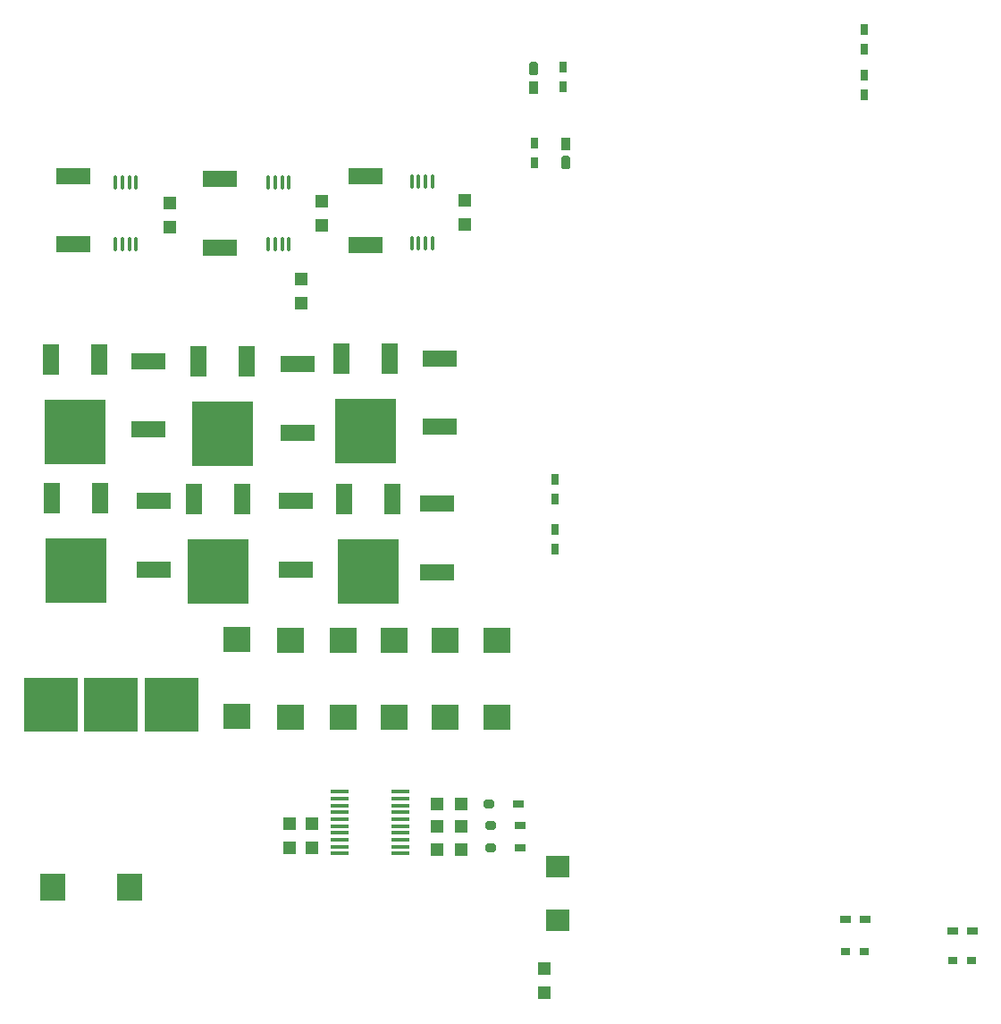
<source format=gtp>
G04*
G04 #@! TF.GenerationSoftware,Altium Limited,Altium Designer,20.0.2 (26)*
G04*
G04 Layer_Color=8421504*
%FSLAX25Y25*%
%MOIN*%
G70*
G01*
G75*
%ADD18R,0.03150X0.04000*%
%ADD19R,0.08823X0.08061*%
%ADD20O,0.01390X0.05724*%
%ADD21R,0.03500X0.05000*%
G04:AMPARAMS|DCode=22|XSize=50mil|YSize=35mil|CornerRadius=0mil|HoleSize=0mil|Usage=FLASHONLY|Rotation=90.000|XOffset=0mil|YOffset=0mil|HoleType=Round|Shape=Octagon|*
%AMOCTAGOND22*
4,1,8,0.00875,0.02500,-0.00875,0.02500,-0.01750,0.01625,-0.01750,-0.01625,-0.00875,-0.02500,0.00875,-0.02500,0.01750,-0.01625,0.01750,0.01625,0.00875,0.02500,0.0*
%
%ADD22OCTAGOND22*%

%ADD23R,0.04000X0.03150*%
%ADD24R,0.03500X0.03000*%
%ADD25R,0.05000X0.05000*%
%ADD26R,0.09449X0.10236*%
%ADD27R,0.20000X0.20000*%
%ADD28R,0.03937X0.03150*%
G04:AMPARAMS|DCode=29|XSize=39.37mil|YSize=31.5mil|CornerRadius=0mil|HoleSize=0mil|Usage=FLASHONLY|Rotation=180.000|XOffset=0mil|YOffset=0mil|HoleType=Round|Shape=Octagon|*
%AMOCTAGOND29*
4,1,8,-0.01968,0.00787,-0.01968,-0.00787,-0.01181,-0.01575,0.01181,-0.01575,0.01968,-0.00787,0.01968,0.00787,0.01181,0.01575,-0.01181,0.01575,-0.01968,0.00787,0.0*
%
%ADD29OCTAGOND29*%

%ADD30R,0.05000X0.05000*%
%ADD31R,0.12598X0.06496*%
%ADD32O,0.06858X0.01433*%
%ADD33R,0.10236X0.09449*%
%ADD34R,0.22830X0.24410*%
%ADD35R,0.06300X0.11810*%
D18*
X368500Y292150D02*
D03*
Y284850D02*
D03*
Y311000D02*
D03*
Y303700D02*
D03*
X484000Y478650D02*
D03*
Y471350D02*
D03*
Y454200D02*
D03*
Y461500D02*
D03*
X361000Y428850D02*
D03*
Y436150D02*
D03*
X371500Y457350D02*
D03*
Y464650D02*
D03*
D19*
X369500Y146500D02*
D03*
Y166500D02*
D03*
D20*
X322839Y422024D02*
D03*
X320280D02*
D03*
X317721D02*
D03*
X315161D02*
D03*
X322839Y398976D02*
D03*
X320280D02*
D03*
X317721D02*
D03*
X315161D02*
D03*
X269339Y421524D02*
D03*
X266780D02*
D03*
X264221D02*
D03*
X261661D02*
D03*
X269339Y398476D02*
D03*
X266780D02*
D03*
X264221D02*
D03*
X261661D02*
D03*
X212339Y421524D02*
D03*
X209780D02*
D03*
X207221D02*
D03*
X204661D02*
D03*
X212339Y398476D02*
D03*
X209780D02*
D03*
X207221D02*
D03*
X204661D02*
D03*
D21*
X360474Y457000D02*
D03*
X372526Y435999D02*
D03*
D22*
X360474Y464001D02*
D03*
X372526Y429000D02*
D03*
D23*
X476850Y147000D02*
D03*
X484150D02*
D03*
X516850Y142500D02*
D03*
X524150D02*
D03*
D24*
X523900Y131500D02*
D03*
X517000D02*
D03*
X483900Y135000D02*
D03*
X477000D02*
D03*
D25*
X364500Y128500D02*
D03*
Y119500D02*
D03*
X274000Y376500D02*
D03*
Y385500D02*
D03*
X225000Y405000D02*
D03*
Y414000D02*
D03*
X335000Y406000D02*
D03*
Y415000D02*
D03*
X278000Y182500D02*
D03*
Y173500D02*
D03*
X269500Y182500D02*
D03*
Y173500D02*
D03*
X281500Y405500D02*
D03*
Y414500D02*
D03*
D26*
X181130Y159000D02*
D03*
X209870D02*
D03*
D27*
X180500Y227000D02*
D03*
X203000D02*
D03*
X225500D02*
D03*
D28*
X355012Y190000D02*
D03*
X355512Y182000D02*
D03*
Y173500D02*
D03*
D29*
X343988Y190000D02*
D03*
X344488Y182000D02*
D03*
Y173500D02*
D03*
D30*
X333500Y190000D02*
D03*
X324500D02*
D03*
X333500Y181500D02*
D03*
X324500D02*
D03*
X333500Y173000D02*
D03*
X324500D02*
D03*
D31*
X243500Y397244D02*
D03*
Y422756D02*
D03*
X189000Y398500D02*
D03*
Y424012D02*
D03*
X298000Y398244D02*
D03*
Y423756D02*
D03*
X324500Y276244D02*
D03*
Y301756D02*
D03*
X272000Y277244D02*
D03*
Y302756D02*
D03*
X219000Y277244D02*
D03*
Y302756D02*
D03*
X325500Y330500D02*
D03*
Y356012D02*
D03*
X272500Y328244D02*
D03*
Y353756D02*
D03*
X217000Y329500D02*
D03*
Y355012D02*
D03*
D32*
X310803Y171484D02*
D03*
Y174043D02*
D03*
Y176602D02*
D03*
Y179161D02*
D03*
Y181720D02*
D03*
Y184279D02*
D03*
Y186839D02*
D03*
Y189398D02*
D03*
Y191957D02*
D03*
Y194516D02*
D03*
X288197Y171484D02*
D03*
Y174043D02*
D03*
Y176602D02*
D03*
Y179161D02*
D03*
Y181720D02*
D03*
Y184279D02*
D03*
Y186839D02*
D03*
Y189398D02*
D03*
Y191957D02*
D03*
Y194516D02*
D03*
D33*
X270000Y250870D02*
D03*
Y222130D02*
D03*
X289500Y250870D02*
D03*
Y222130D02*
D03*
X308500Y250870D02*
D03*
Y222130D02*
D03*
X327500Y250870D02*
D03*
Y222130D02*
D03*
X347000Y250870D02*
D03*
Y222130D02*
D03*
X250000Y251370D02*
D03*
Y222630D02*
D03*
D34*
X299000Y276500D02*
D03*
X243000Y276520D02*
D03*
X190000Y277000D02*
D03*
X298000Y329020D02*
D03*
X244500Y328020D02*
D03*
X189500Y328500D02*
D03*
D35*
X290000Y303460D02*
D03*
X308000D02*
D03*
X234000Y303480D02*
D03*
X252000D02*
D03*
X181000Y303960D02*
D03*
X199000D02*
D03*
X289000Y355980D02*
D03*
X307000D02*
D03*
X235500Y354980D02*
D03*
X253500D02*
D03*
X180500Y355460D02*
D03*
X198500D02*
D03*
M02*

</source>
